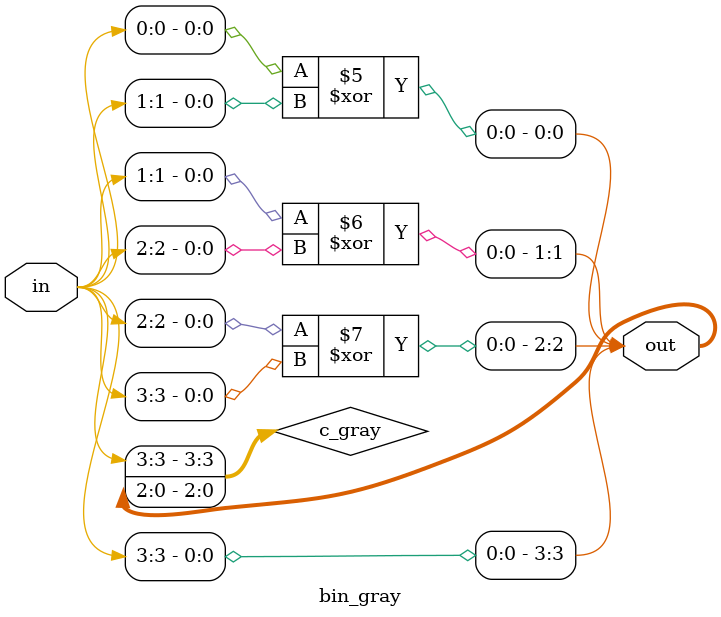
<source format=sv>
/*
* <bin_gray.sv>
* 
* Copyright (c) 2023 Yosuke Ide <gizaneko@outlook.jp>
* 
* This software is released under the MIT License.
* http://opensource.org/licenses/mit-license.php
*/

`include "parammod_stddef.vh"

module bin_gray #(
  parameter DATA = 4
)(
  input wire [DATA-1:0]   in,
  output wire [DATA-1:0]  out
);

logic [DATA-1:0]  c_gray;
always_comb begin
  c_gray[DATA-1] = in[DATA-1];
  for ( int i = 0; i < DATA-1; i++ ) begin
    c_gray[i] = in[i] ^ in[i+1];
  end
end

assign out = c_gray;

endmodule

</source>
